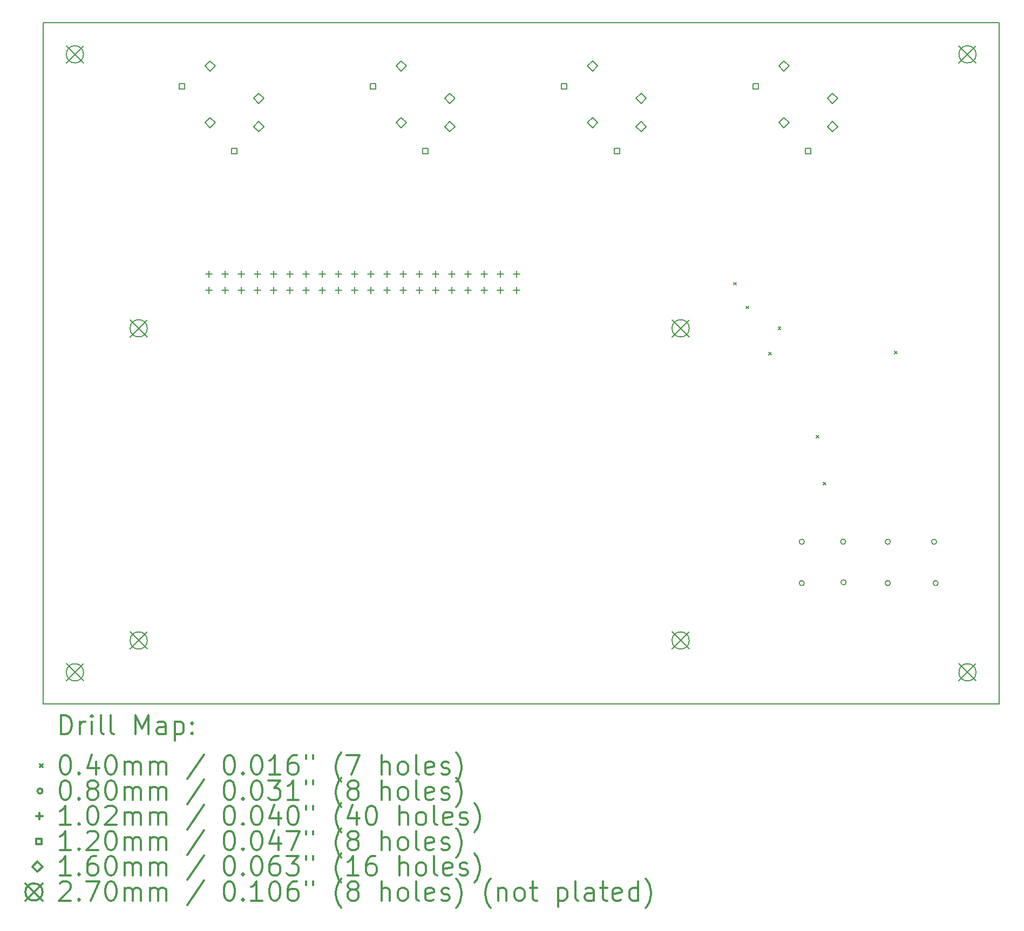
<source format=gbr>
%FSLAX45Y45*%
G04 Gerber Fmt 4.5, Leading zero omitted, Abs format (unit mm)*
G04 Created by KiCad (PCBNEW (2016-12-18 revision 3ffa37c)-master) date Wednesday, March 29, 2017 'PMt' 08:26:17 PM*
%MOMM*%
%LPD*%
G01*
G04 APERTURE LIST*
%ADD10C,0.127000*%
%ADD11C,0.150000*%
%ADD12C,0.200000*%
%ADD13C,0.300000*%
G04 APERTURE END LIST*
D10*
D11*
X9000000Y-13000000D02*
X9000000Y-2300000D01*
X24000000Y-13000000D02*
X9000000Y-13000000D01*
X24000000Y-2300000D02*
X24000000Y-13000000D01*
X9000000Y-2300000D02*
X24000000Y-2300000D01*
D12*
X19830000Y-6380000D02*
X19870000Y-6420000D01*
X19870000Y-6380000D02*
X19830000Y-6420000D01*
X20030000Y-6752501D02*
X20070000Y-6792501D01*
X20070000Y-6752501D02*
X20030000Y-6792501D01*
X20380000Y-7480000D02*
X20420000Y-7520000D01*
X20420000Y-7480000D02*
X20380000Y-7520000D01*
X20530000Y-7080000D02*
X20570000Y-7120000D01*
X20570000Y-7080000D02*
X20530000Y-7120000D01*
X21130000Y-8780000D02*
X21170000Y-8820000D01*
X21170000Y-8780000D02*
X21130000Y-8820000D01*
X21240660Y-9516990D02*
X21280660Y-9556990D01*
X21280660Y-9516990D02*
X21240660Y-9556990D01*
X22354710Y-7458310D02*
X22394710Y-7498310D01*
X22394710Y-7458310D02*
X22354710Y-7498310D01*
X20940000Y-10450000D02*
G75*
G03X20940000Y-10450000I-40000J0D01*
G01*
X20940000Y-11100000D02*
G75*
G03X20940000Y-11100000I-40000J0D01*
G01*
X21590000Y-10450000D02*
G75*
G03X21590000Y-10450000I-40000J0D01*
G01*
X21595900Y-11087600D02*
G75*
G03X21595900Y-11087600I-40000J0D01*
G01*
X22290000Y-10450000D02*
G75*
G03X22290000Y-10450000I-40000J0D01*
G01*
X22290000Y-11100000D02*
G75*
G03X22290000Y-11100000I-40000J0D01*
G01*
X23015000Y-10450000D02*
G75*
G03X23015000Y-10450000I-40000J0D01*
G01*
X23040000Y-11100000D02*
G75*
G03X23040000Y-11100000I-40000J0D01*
G01*
X11600000Y-6195200D02*
X11600000Y-6296800D01*
X11549200Y-6246000D02*
X11650800Y-6246000D01*
X11600000Y-6449200D02*
X11600000Y-6550800D01*
X11549200Y-6500000D02*
X11650800Y-6500000D01*
X11854000Y-6195200D02*
X11854000Y-6296800D01*
X11803200Y-6246000D02*
X11904800Y-6246000D01*
X11854000Y-6449200D02*
X11854000Y-6550800D01*
X11803200Y-6500000D02*
X11904800Y-6500000D01*
X12108000Y-6195200D02*
X12108000Y-6296800D01*
X12057200Y-6246000D02*
X12158800Y-6246000D01*
X12108000Y-6449200D02*
X12108000Y-6550800D01*
X12057200Y-6500000D02*
X12158800Y-6500000D01*
X12362000Y-6195200D02*
X12362000Y-6296800D01*
X12311200Y-6246000D02*
X12412800Y-6246000D01*
X12362000Y-6449200D02*
X12362000Y-6550800D01*
X12311200Y-6500000D02*
X12412800Y-6500000D01*
X12616000Y-6195200D02*
X12616000Y-6296800D01*
X12565200Y-6246000D02*
X12666800Y-6246000D01*
X12616000Y-6449200D02*
X12616000Y-6550800D01*
X12565200Y-6500000D02*
X12666800Y-6500000D01*
X12870000Y-6195200D02*
X12870000Y-6296800D01*
X12819200Y-6246000D02*
X12920800Y-6246000D01*
X12870000Y-6449200D02*
X12870000Y-6550800D01*
X12819200Y-6500000D02*
X12920800Y-6500000D01*
X13124000Y-6195200D02*
X13124000Y-6296800D01*
X13073200Y-6246000D02*
X13174800Y-6246000D01*
X13124000Y-6449200D02*
X13124000Y-6550800D01*
X13073200Y-6500000D02*
X13174800Y-6500000D01*
X13378000Y-6195200D02*
X13378000Y-6296800D01*
X13327200Y-6246000D02*
X13428800Y-6246000D01*
X13378000Y-6449200D02*
X13378000Y-6550800D01*
X13327200Y-6500000D02*
X13428800Y-6500000D01*
X13632000Y-6195200D02*
X13632000Y-6296800D01*
X13581200Y-6246000D02*
X13682800Y-6246000D01*
X13632000Y-6449200D02*
X13632000Y-6550800D01*
X13581200Y-6500000D02*
X13682800Y-6500000D01*
X13886000Y-6195200D02*
X13886000Y-6296800D01*
X13835200Y-6246000D02*
X13936800Y-6246000D01*
X13886000Y-6449200D02*
X13886000Y-6550800D01*
X13835200Y-6500000D02*
X13936800Y-6500000D01*
X14140000Y-6195200D02*
X14140000Y-6296800D01*
X14089200Y-6246000D02*
X14190800Y-6246000D01*
X14140000Y-6449200D02*
X14140000Y-6550800D01*
X14089200Y-6500000D02*
X14190800Y-6500000D01*
X14394000Y-6195200D02*
X14394000Y-6296800D01*
X14343200Y-6246000D02*
X14444800Y-6246000D01*
X14394000Y-6449200D02*
X14394000Y-6550800D01*
X14343200Y-6500000D02*
X14444800Y-6500000D01*
X14648000Y-6195200D02*
X14648000Y-6296800D01*
X14597200Y-6246000D02*
X14698800Y-6246000D01*
X14648000Y-6449200D02*
X14648000Y-6550800D01*
X14597200Y-6500000D02*
X14698800Y-6500000D01*
X14902000Y-6195200D02*
X14902000Y-6296800D01*
X14851200Y-6246000D02*
X14952800Y-6246000D01*
X14902000Y-6449200D02*
X14902000Y-6550800D01*
X14851200Y-6500000D02*
X14952800Y-6500000D01*
X15156000Y-6195200D02*
X15156000Y-6296800D01*
X15105200Y-6246000D02*
X15206800Y-6246000D01*
X15156000Y-6449200D02*
X15156000Y-6550800D01*
X15105200Y-6500000D02*
X15206800Y-6500000D01*
X15410000Y-6195200D02*
X15410000Y-6296800D01*
X15359200Y-6246000D02*
X15460800Y-6246000D01*
X15410000Y-6449200D02*
X15410000Y-6550800D01*
X15359200Y-6500000D02*
X15460800Y-6500000D01*
X15664000Y-6195200D02*
X15664000Y-6296800D01*
X15613200Y-6246000D02*
X15714800Y-6246000D01*
X15664000Y-6449200D02*
X15664000Y-6550800D01*
X15613200Y-6500000D02*
X15714800Y-6500000D01*
X15918000Y-6195200D02*
X15918000Y-6296800D01*
X15867200Y-6246000D02*
X15968800Y-6246000D01*
X15918000Y-6449200D02*
X15918000Y-6550800D01*
X15867200Y-6500000D02*
X15968800Y-6500000D01*
X16172000Y-6195200D02*
X16172000Y-6296800D01*
X16121200Y-6246000D02*
X16222800Y-6246000D01*
X16172000Y-6449200D02*
X16172000Y-6550800D01*
X16121200Y-6500000D02*
X16222800Y-6500000D01*
X16426000Y-6195200D02*
X16426000Y-6296800D01*
X16375200Y-6246000D02*
X16476800Y-6246000D01*
X16426000Y-6449200D02*
X16426000Y-6550800D01*
X16375200Y-6500000D02*
X16476800Y-6500000D01*
X11217427Y-3340427D02*
X11217427Y-3255573D01*
X11132573Y-3255573D01*
X11132573Y-3340427D01*
X11217427Y-3340427D01*
X12042427Y-4357427D02*
X12042427Y-4272573D01*
X11957573Y-4272573D01*
X11957573Y-4357427D01*
X12042427Y-4357427D01*
X14217427Y-3340427D02*
X14217427Y-3255573D01*
X14132573Y-3255573D01*
X14132573Y-3340427D01*
X14217427Y-3340427D01*
X15042427Y-4357427D02*
X15042427Y-4272573D01*
X14957573Y-4272573D01*
X14957573Y-4357427D01*
X15042427Y-4357427D01*
X17217427Y-3340427D02*
X17217427Y-3255573D01*
X17132573Y-3255573D01*
X17132573Y-3340427D01*
X17217427Y-3340427D01*
X18042427Y-4357427D02*
X18042427Y-4272573D01*
X17957573Y-4272573D01*
X17957573Y-4357427D01*
X18042427Y-4357427D01*
X20217427Y-3340427D02*
X20217427Y-3255573D01*
X20132573Y-3255573D01*
X20132573Y-3340427D01*
X20217427Y-3340427D01*
X21042427Y-4357427D02*
X21042427Y-4272573D01*
X20957573Y-4272573D01*
X20957573Y-4357427D01*
X21042427Y-4357427D01*
X11619000Y-3061000D02*
X11699000Y-2981000D01*
X11619000Y-2901000D01*
X11539000Y-2981000D01*
X11619000Y-3061000D01*
X11619000Y-3950000D02*
X11699000Y-3870000D01*
X11619000Y-3790000D01*
X11539000Y-3870000D01*
X11619000Y-3950000D01*
X12381000Y-3569000D02*
X12461000Y-3489000D01*
X12381000Y-3409000D01*
X12301000Y-3489000D01*
X12381000Y-3569000D01*
X12381000Y-4013500D02*
X12461000Y-3933500D01*
X12381000Y-3853500D01*
X12301000Y-3933500D01*
X12381000Y-4013500D01*
X14619000Y-3061000D02*
X14699000Y-2981000D01*
X14619000Y-2901000D01*
X14539000Y-2981000D01*
X14619000Y-3061000D01*
X14619000Y-3950000D02*
X14699000Y-3870000D01*
X14619000Y-3790000D01*
X14539000Y-3870000D01*
X14619000Y-3950000D01*
X15381000Y-3569000D02*
X15461000Y-3489000D01*
X15381000Y-3409000D01*
X15301000Y-3489000D01*
X15381000Y-3569000D01*
X15381000Y-4013500D02*
X15461000Y-3933500D01*
X15381000Y-3853500D01*
X15301000Y-3933500D01*
X15381000Y-4013500D01*
X17619000Y-3061000D02*
X17699000Y-2981000D01*
X17619000Y-2901000D01*
X17539000Y-2981000D01*
X17619000Y-3061000D01*
X17619000Y-3950000D02*
X17699000Y-3870000D01*
X17619000Y-3790000D01*
X17539000Y-3870000D01*
X17619000Y-3950000D01*
X18381000Y-3569000D02*
X18461000Y-3489000D01*
X18381000Y-3409000D01*
X18301000Y-3489000D01*
X18381000Y-3569000D01*
X18381000Y-4013500D02*
X18461000Y-3933500D01*
X18381000Y-3853500D01*
X18301000Y-3933500D01*
X18381000Y-4013500D01*
X20619000Y-3061000D02*
X20699000Y-2981000D01*
X20619000Y-2901000D01*
X20539000Y-2981000D01*
X20619000Y-3061000D01*
X20619000Y-3950000D02*
X20699000Y-3870000D01*
X20619000Y-3790000D01*
X20539000Y-3870000D01*
X20619000Y-3950000D01*
X21381000Y-3569000D02*
X21461000Y-3489000D01*
X21381000Y-3409000D01*
X21301000Y-3489000D01*
X21381000Y-3569000D01*
X21381000Y-4013500D02*
X21461000Y-3933500D01*
X21381000Y-3853500D01*
X21301000Y-3933500D01*
X21381000Y-4013500D01*
X9365000Y-2665000D02*
X9635000Y-2935000D01*
X9635000Y-2665000D02*
X9365000Y-2935000D01*
X9635000Y-2800000D02*
G75*
G03X9635000Y-2800000I-135000J0D01*
G01*
X9365000Y-12365000D02*
X9635000Y-12635000D01*
X9635000Y-12365000D02*
X9365000Y-12635000D01*
X9635000Y-12500000D02*
G75*
G03X9635000Y-12500000I-135000J0D01*
G01*
X10365000Y-6965000D02*
X10635000Y-7235000D01*
X10635000Y-6965000D02*
X10365000Y-7235000D01*
X10635000Y-7100000D02*
G75*
G03X10635000Y-7100000I-135000J0D01*
G01*
X10365000Y-11865000D02*
X10635000Y-12135000D01*
X10635000Y-11865000D02*
X10365000Y-12135000D01*
X10635000Y-12000000D02*
G75*
G03X10635000Y-12000000I-135000J0D01*
G01*
X18865000Y-6965000D02*
X19135000Y-7235000D01*
X19135000Y-6965000D02*
X18865000Y-7235000D01*
X19135000Y-7100000D02*
G75*
G03X19135000Y-7100000I-135000J0D01*
G01*
X18865000Y-11865000D02*
X19135000Y-12135000D01*
X19135000Y-11865000D02*
X18865000Y-12135000D01*
X19135000Y-12000000D02*
G75*
G03X19135000Y-12000000I-135000J0D01*
G01*
X23365000Y-2665000D02*
X23635000Y-2935000D01*
X23635000Y-2665000D02*
X23365000Y-2935000D01*
X23635000Y-2800000D02*
G75*
G03X23635000Y-2800000I-135000J0D01*
G01*
X23365000Y-12365000D02*
X23635000Y-12635000D01*
X23635000Y-12365000D02*
X23365000Y-12635000D01*
X23635000Y-12500000D02*
G75*
G03X23635000Y-12500000I-135000J0D01*
G01*
D13*
X9278928Y-13473214D02*
X9278928Y-13173214D01*
X9350357Y-13173214D01*
X9393214Y-13187500D01*
X9421786Y-13216071D01*
X9436071Y-13244643D01*
X9450357Y-13301786D01*
X9450357Y-13344643D01*
X9436071Y-13401786D01*
X9421786Y-13430357D01*
X9393214Y-13458929D01*
X9350357Y-13473214D01*
X9278928Y-13473214D01*
X9578928Y-13473214D02*
X9578928Y-13273214D01*
X9578928Y-13330357D02*
X9593214Y-13301786D01*
X9607500Y-13287500D01*
X9636071Y-13273214D01*
X9664643Y-13273214D01*
X9764643Y-13473214D02*
X9764643Y-13273214D01*
X9764643Y-13173214D02*
X9750357Y-13187500D01*
X9764643Y-13201786D01*
X9778928Y-13187500D01*
X9764643Y-13173214D01*
X9764643Y-13201786D01*
X9950357Y-13473214D02*
X9921786Y-13458929D01*
X9907500Y-13430357D01*
X9907500Y-13173214D01*
X10107500Y-13473214D02*
X10078928Y-13458929D01*
X10064643Y-13430357D01*
X10064643Y-13173214D01*
X10450357Y-13473214D02*
X10450357Y-13173214D01*
X10550357Y-13387500D01*
X10650357Y-13173214D01*
X10650357Y-13473214D01*
X10921786Y-13473214D02*
X10921786Y-13316071D01*
X10907500Y-13287500D01*
X10878928Y-13273214D01*
X10821786Y-13273214D01*
X10793214Y-13287500D01*
X10921786Y-13458929D02*
X10893214Y-13473214D01*
X10821786Y-13473214D01*
X10793214Y-13458929D01*
X10778928Y-13430357D01*
X10778928Y-13401786D01*
X10793214Y-13373214D01*
X10821786Y-13358929D01*
X10893214Y-13358929D01*
X10921786Y-13344643D01*
X11064643Y-13273214D02*
X11064643Y-13573214D01*
X11064643Y-13287500D02*
X11093214Y-13273214D01*
X11150357Y-13273214D01*
X11178928Y-13287500D01*
X11193214Y-13301786D01*
X11207500Y-13330357D01*
X11207500Y-13416071D01*
X11193214Y-13444643D01*
X11178928Y-13458929D01*
X11150357Y-13473214D01*
X11093214Y-13473214D01*
X11064643Y-13458929D01*
X11336071Y-13444643D02*
X11350357Y-13458929D01*
X11336071Y-13473214D01*
X11321786Y-13458929D01*
X11336071Y-13444643D01*
X11336071Y-13473214D01*
X11336071Y-13287500D02*
X11350357Y-13301786D01*
X11336071Y-13316071D01*
X11321786Y-13301786D01*
X11336071Y-13287500D01*
X11336071Y-13316071D01*
X8952500Y-13947500D02*
X8992500Y-13987500D01*
X8992500Y-13947500D02*
X8952500Y-13987500D01*
X9336071Y-13803214D02*
X9364643Y-13803214D01*
X9393214Y-13817500D01*
X9407500Y-13831786D01*
X9421786Y-13860357D01*
X9436071Y-13917500D01*
X9436071Y-13988929D01*
X9421786Y-14046071D01*
X9407500Y-14074643D01*
X9393214Y-14088929D01*
X9364643Y-14103214D01*
X9336071Y-14103214D01*
X9307500Y-14088929D01*
X9293214Y-14074643D01*
X9278928Y-14046071D01*
X9264643Y-13988929D01*
X9264643Y-13917500D01*
X9278928Y-13860357D01*
X9293214Y-13831786D01*
X9307500Y-13817500D01*
X9336071Y-13803214D01*
X9564643Y-14074643D02*
X9578928Y-14088929D01*
X9564643Y-14103214D01*
X9550357Y-14088929D01*
X9564643Y-14074643D01*
X9564643Y-14103214D01*
X9836071Y-13903214D02*
X9836071Y-14103214D01*
X9764643Y-13788929D02*
X9693214Y-14003214D01*
X9878928Y-14003214D01*
X10050357Y-13803214D02*
X10078928Y-13803214D01*
X10107500Y-13817500D01*
X10121786Y-13831786D01*
X10136071Y-13860357D01*
X10150357Y-13917500D01*
X10150357Y-13988929D01*
X10136071Y-14046071D01*
X10121786Y-14074643D01*
X10107500Y-14088929D01*
X10078928Y-14103214D01*
X10050357Y-14103214D01*
X10021786Y-14088929D01*
X10007500Y-14074643D01*
X9993214Y-14046071D01*
X9978928Y-13988929D01*
X9978928Y-13917500D01*
X9993214Y-13860357D01*
X10007500Y-13831786D01*
X10021786Y-13817500D01*
X10050357Y-13803214D01*
X10278928Y-14103214D02*
X10278928Y-13903214D01*
X10278928Y-13931786D02*
X10293214Y-13917500D01*
X10321786Y-13903214D01*
X10364643Y-13903214D01*
X10393214Y-13917500D01*
X10407500Y-13946071D01*
X10407500Y-14103214D01*
X10407500Y-13946071D02*
X10421786Y-13917500D01*
X10450357Y-13903214D01*
X10493214Y-13903214D01*
X10521786Y-13917500D01*
X10536071Y-13946071D01*
X10536071Y-14103214D01*
X10678928Y-14103214D02*
X10678928Y-13903214D01*
X10678928Y-13931786D02*
X10693214Y-13917500D01*
X10721786Y-13903214D01*
X10764643Y-13903214D01*
X10793214Y-13917500D01*
X10807500Y-13946071D01*
X10807500Y-14103214D01*
X10807500Y-13946071D02*
X10821786Y-13917500D01*
X10850357Y-13903214D01*
X10893214Y-13903214D01*
X10921786Y-13917500D01*
X10936071Y-13946071D01*
X10936071Y-14103214D01*
X11521786Y-13788929D02*
X11264643Y-14174643D01*
X11907500Y-13803214D02*
X11936071Y-13803214D01*
X11964643Y-13817500D01*
X11978928Y-13831786D01*
X11993214Y-13860357D01*
X12007500Y-13917500D01*
X12007500Y-13988929D01*
X11993214Y-14046071D01*
X11978928Y-14074643D01*
X11964643Y-14088929D01*
X11936071Y-14103214D01*
X11907500Y-14103214D01*
X11878928Y-14088929D01*
X11864643Y-14074643D01*
X11850357Y-14046071D01*
X11836071Y-13988929D01*
X11836071Y-13917500D01*
X11850357Y-13860357D01*
X11864643Y-13831786D01*
X11878928Y-13817500D01*
X11907500Y-13803214D01*
X12136071Y-14074643D02*
X12150357Y-14088929D01*
X12136071Y-14103214D01*
X12121786Y-14088929D01*
X12136071Y-14074643D01*
X12136071Y-14103214D01*
X12336071Y-13803214D02*
X12364643Y-13803214D01*
X12393214Y-13817500D01*
X12407500Y-13831786D01*
X12421786Y-13860357D01*
X12436071Y-13917500D01*
X12436071Y-13988929D01*
X12421786Y-14046071D01*
X12407500Y-14074643D01*
X12393214Y-14088929D01*
X12364643Y-14103214D01*
X12336071Y-14103214D01*
X12307500Y-14088929D01*
X12293214Y-14074643D01*
X12278928Y-14046071D01*
X12264643Y-13988929D01*
X12264643Y-13917500D01*
X12278928Y-13860357D01*
X12293214Y-13831786D01*
X12307500Y-13817500D01*
X12336071Y-13803214D01*
X12721786Y-14103214D02*
X12550357Y-14103214D01*
X12636071Y-14103214D02*
X12636071Y-13803214D01*
X12607500Y-13846071D01*
X12578928Y-13874643D01*
X12550357Y-13888929D01*
X12978928Y-13803214D02*
X12921786Y-13803214D01*
X12893214Y-13817500D01*
X12878928Y-13831786D01*
X12850357Y-13874643D01*
X12836071Y-13931786D01*
X12836071Y-14046071D01*
X12850357Y-14074643D01*
X12864643Y-14088929D01*
X12893214Y-14103214D01*
X12950357Y-14103214D01*
X12978928Y-14088929D01*
X12993214Y-14074643D01*
X13007500Y-14046071D01*
X13007500Y-13974643D01*
X12993214Y-13946071D01*
X12978928Y-13931786D01*
X12950357Y-13917500D01*
X12893214Y-13917500D01*
X12864643Y-13931786D01*
X12850357Y-13946071D01*
X12836071Y-13974643D01*
X13121786Y-13803214D02*
X13121786Y-13860357D01*
X13236071Y-13803214D02*
X13236071Y-13860357D01*
X13678928Y-14217500D02*
X13664643Y-14203214D01*
X13636071Y-14160357D01*
X13621786Y-14131786D01*
X13607500Y-14088929D01*
X13593214Y-14017500D01*
X13593214Y-13960357D01*
X13607500Y-13888929D01*
X13621786Y-13846071D01*
X13636071Y-13817500D01*
X13664643Y-13774643D01*
X13678928Y-13760357D01*
X13764643Y-13803214D02*
X13964643Y-13803214D01*
X13836071Y-14103214D01*
X14307500Y-14103214D02*
X14307500Y-13803214D01*
X14436071Y-14103214D02*
X14436071Y-13946071D01*
X14421786Y-13917500D01*
X14393214Y-13903214D01*
X14350357Y-13903214D01*
X14321786Y-13917500D01*
X14307500Y-13931786D01*
X14621786Y-14103214D02*
X14593214Y-14088929D01*
X14578928Y-14074643D01*
X14564643Y-14046071D01*
X14564643Y-13960357D01*
X14578928Y-13931786D01*
X14593214Y-13917500D01*
X14621786Y-13903214D01*
X14664643Y-13903214D01*
X14693214Y-13917500D01*
X14707500Y-13931786D01*
X14721786Y-13960357D01*
X14721786Y-14046071D01*
X14707500Y-14074643D01*
X14693214Y-14088929D01*
X14664643Y-14103214D01*
X14621786Y-14103214D01*
X14893214Y-14103214D02*
X14864643Y-14088929D01*
X14850357Y-14060357D01*
X14850357Y-13803214D01*
X15121786Y-14088929D02*
X15093214Y-14103214D01*
X15036071Y-14103214D01*
X15007500Y-14088929D01*
X14993214Y-14060357D01*
X14993214Y-13946071D01*
X15007500Y-13917500D01*
X15036071Y-13903214D01*
X15093214Y-13903214D01*
X15121786Y-13917500D01*
X15136071Y-13946071D01*
X15136071Y-13974643D01*
X14993214Y-14003214D01*
X15250357Y-14088929D02*
X15278928Y-14103214D01*
X15336071Y-14103214D01*
X15364643Y-14088929D01*
X15378928Y-14060357D01*
X15378928Y-14046071D01*
X15364643Y-14017500D01*
X15336071Y-14003214D01*
X15293214Y-14003214D01*
X15264643Y-13988929D01*
X15250357Y-13960357D01*
X15250357Y-13946071D01*
X15264643Y-13917500D01*
X15293214Y-13903214D01*
X15336071Y-13903214D01*
X15364643Y-13917500D01*
X15478928Y-14217500D02*
X15493214Y-14203214D01*
X15521786Y-14160357D01*
X15536071Y-14131786D01*
X15550357Y-14088929D01*
X15564643Y-14017500D01*
X15564643Y-13960357D01*
X15550357Y-13888929D01*
X15536071Y-13846071D01*
X15521786Y-13817500D01*
X15493214Y-13774643D01*
X15478928Y-13760357D01*
X8992500Y-14363500D02*
G75*
G03X8992500Y-14363500I-40000J0D01*
G01*
X9336071Y-14199214D02*
X9364643Y-14199214D01*
X9393214Y-14213500D01*
X9407500Y-14227786D01*
X9421786Y-14256357D01*
X9436071Y-14313500D01*
X9436071Y-14384929D01*
X9421786Y-14442071D01*
X9407500Y-14470643D01*
X9393214Y-14484929D01*
X9364643Y-14499214D01*
X9336071Y-14499214D01*
X9307500Y-14484929D01*
X9293214Y-14470643D01*
X9278928Y-14442071D01*
X9264643Y-14384929D01*
X9264643Y-14313500D01*
X9278928Y-14256357D01*
X9293214Y-14227786D01*
X9307500Y-14213500D01*
X9336071Y-14199214D01*
X9564643Y-14470643D02*
X9578928Y-14484929D01*
X9564643Y-14499214D01*
X9550357Y-14484929D01*
X9564643Y-14470643D01*
X9564643Y-14499214D01*
X9750357Y-14327786D02*
X9721786Y-14313500D01*
X9707500Y-14299214D01*
X9693214Y-14270643D01*
X9693214Y-14256357D01*
X9707500Y-14227786D01*
X9721786Y-14213500D01*
X9750357Y-14199214D01*
X9807500Y-14199214D01*
X9836071Y-14213500D01*
X9850357Y-14227786D01*
X9864643Y-14256357D01*
X9864643Y-14270643D01*
X9850357Y-14299214D01*
X9836071Y-14313500D01*
X9807500Y-14327786D01*
X9750357Y-14327786D01*
X9721786Y-14342071D01*
X9707500Y-14356357D01*
X9693214Y-14384929D01*
X9693214Y-14442071D01*
X9707500Y-14470643D01*
X9721786Y-14484929D01*
X9750357Y-14499214D01*
X9807500Y-14499214D01*
X9836071Y-14484929D01*
X9850357Y-14470643D01*
X9864643Y-14442071D01*
X9864643Y-14384929D01*
X9850357Y-14356357D01*
X9836071Y-14342071D01*
X9807500Y-14327786D01*
X10050357Y-14199214D02*
X10078928Y-14199214D01*
X10107500Y-14213500D01*
X10121786Y-14227786D01*
X10136071Y-14256357D01*
X10150357Y-14313500D01*
X10150357Y-14384929D01*
X10136071Y-14442071D01*
X10121786Y-14470643D01*
X10107500Y-14484929D01*
X10078928Y-14499214D01*
X10050357Y-14499214D01*
X10021786Y-14484929D01*
X10007500Y-14470643D01*
X9993214Y-14442071D01*
X9978928Y-14384929D01*
X9978928Y-14313500D01*
X9993214Y-14256357D01*
X10007500Y-14227786D01*
X10021786Y-14213500D01*
X10050357Y-14199214D01*
X10278928Y-14499214D02*
X10278928Y-14299214D01*
X10278928Y-14327786D02*
X10293214Y-14313500D01*
X10321786Y-14299214D01*
X10364643Y-14299214D01*
X10393214Y-14313500D01*
X10407500Y-14342071D01*
X10407500Y-14499214D01*
X10407500Y-14342071D02*
X10421786Y-14313500D01*
X10450357Y-14299214D01*
X10493214Y-14299214D01*
X10521786Y-14313500D01*
X10536071Y-14342071D01*
X10536071Y-14499214D01*
X10678928Y-14499214D02*
X10678928Y-14299214D01*
X10678928Y-14327786D02*
X10693214Y-14313500D01*
X10721786Y-14299214D01*
X10764643Y-14299214D01*
X10793214Y-14313500D01*
X10807500Y-14342071D01*
X10807500Y-14499214D01*
X10807500Y-14342071D02*
X10821786Y-14313500D01*
X10850357Y-14299214D01*
X10893214Y-14299214D01*
X10921786Y-14313500D01*
X10936071Y-14342071D01*
X10936071Y-14499214D01*
X11521786Y-14184929D02*
X11264643Y-14570643D01*
X11907500Y-14199214D02*
X11936071Y-14199214D01*
X11964643Y-14213500D01*
X11978928Y-14227786D01*
X11993214Y-14256357D01*
X12007500Y-14313500D01*
X12007500Y-14384929D01*
X11993214Y-14442071D01*
X11978928Y-14470643D01*
X11964643Y-14484929D01*
X11936071Y-14499214D01*
X11907500Y-14499214D01*
X11878928Y-14484929D01*
X11864643Y-14470643D01*
X11850357Y-14442071D01*
X11836071Y-14384929D01*
X11836071Y-14313500D01*
X11850357Y-14256357D01*
X11864643Y-14227786D01*
X11878928Y-14213500D01*
X11907500Y-14199214D01*
X12136071Y-14470643D02*
X12150357Y-14484929D01*
X12136071Y-14499214D01*
X12121786Y-14484929D01*
X12136071Y-14470643D01*
X12136071Y-14499214D01*
X12336071Y-14199214D02*
X12364643Y-14199214D01*
X12393214Y-14213500D01*
X12407500Y-14227786D01*
X12421786Y-14256357D01*
X12436071Y-14313500D01*
X12436071Y-14384929D01*
X12421786Y-14442071D01*
X12407500Y-14470643D01*
X12393214Y-14484929D01*
X12364643Y-14499214D01*
X12336071Y-14499214D01*
X12307500Y-14484929D01*
X12293214Y-14470643D01*
X12278928Y-14442071D01*
X12264643Y-14384929D01*
X12264643Y-14313500D01*
X12278928Y-14256357D01*
X12293214Y-14227786D01*
X12307500Y-14213500D01*
X12336071Y-14199214D01*
X12536071Y-14199214D02*
X12721786Y-14199214D01*
X12621786Y-14313500D01*
X12664643Y-14313500D01*
X12693214Y-14327786D01*
X12707500Y-14342071D01*
X12721786Y-14370643D01*
X12721786Y-14442071D01*
X12707500Y-14470643D01*
X12693214Y-14484929D01*
X12664643Y-14499214D01*
X12578928Y-14499214D01*
X12550357Y-14484929D01*
X12536071Y-14470643D01*
X13007500Y-14499214D02*
X12836071Y-14499214D01*
X12921786Y-14499214D02*
X12921786Y-14199214D01*
X12893214Y-14242071D01*
X12864643Y-14270643D01*
X12836071Y-14284929D01*
X13121786Y-14199214D02*
X13121786Y-14256357D01*
X13236071Y-14199214D02*
X13236071Y-14256357D01*
X13678928Y-14613500D02*
X13664643Y-14599214D01*
X13636071Y-14556357D01*
X13621786Y-14527786D01*
X13607500Y-14484929D01*
X13593214Y-14413500D01*
X13593214Y-14356357D01*
X13607500Y-14284929D01*
X13621786Y-14242071D01*
X13636071Y-14213500D01*
X13664643Y-14170643D01*
X13678928Y-14156357D01*
X13836071Y-14327786D02*
X13807500Y-14313500D01*
X13793214Y-14299214D01*
X13778928Y-14270643D01*
X13778928Y-14256357D01*
X13793214Y-14227786D01*
X13807500Y-14213500D01*
X13836071Y-14199214D01*
X13893214Y-14199214D01*
X13921786Y-14213500D01*
X13936071Y-14227786D01*
X13950357Y-14256357D01*
X13950357Y-14270643D01*
X13936071Y-14299214D01*
X13921786Y-14313500D01*
X13893214Y-14327786D01*
X13836071Y-14327786D01*
X13807500Y-14342071D01*
X13793214Y-14356357D01*
X13778928Y-14384929D01*
X13778928Y-14442071D01*
X13793214Y-14470643D01*
X13807500Y-14484929D01*
X13836071Y-14499214D01*
X13893214Y-14499214D01*
X13921786Y-14484929D01*
X13936071Y-14470643D01*
X13950357Y-14442071D01*
X13950357Y-14384929D01*
X13936071Y-14356357D01*
X13921786Y-14342071D01*
X13893214Y-14327786D01*
X14307500Y-14499214D02*
X14307500Y-14199214D01*
X14436071Y-14499214D02*
X14436071Y-14342071D01*
X14421786Y-14313500D01*
X14393214Y-14299214D01*
X14350357Y-14299214D01*
X14321786Y-14313500D01*
X14307500Y-14327786D01*
X14621786Y-14499214D02*
X14593214Y-14484929D01*
X14578928Y-14470643D01*
X14564643Y-14442071D01*
X14564643Y-14356357D01*
X14578928Y-14327786D01*
X14593214Y-14313500D01*
X14621786Y-14299214D01*
X14664643Y-14299214D01*
X14693214Y-14313500D01*
X14707500Y-14327786D01*
X14721786Y-14356357D01*
X14721786Y-14442071D01*
X14707500Y-14470643D01*
X14693214Y-14484929D01*
X14664643Y-14499214D01*
X14621786Y-14499214D01*
X14893214Y-14499214D02*
X14864643Y-14484929D01*
X14850357Y-14456357D01*
X14850357Y-14199214D01*
X15121786Y-14484929D02*
X15093214Y-14499214D01*
X15036071Y-14499214D01*
X15007500Y-14484929D01*
X14993214Y-14456357D01*
X14993214Y-14342071D01*
X15007500Y-14313500D01*
X15036071Y-14299214D01*
X15093214Y-14299214D01*
X15121786Y-14313500D01*
X15136071Y-14342071D01*
X15136071Y-14370643D01*
X14993214Y-14399214D01*
X15250357Y-14484929D02*
X15278928Y-14499214D01*
X15336071Y-14499214D01*
X15364643Y-14484929D01*
X15378928Y-14456357D01*
X15378928Y-14442071D01*
X15364643Y-14413500D01*
X15336071Y-14399214D01*
X15293214Y-14399214D01*
X15264643Y-14384929D01*
X15250357Y-14356357D01*
X15250357Y-14342071D01*
X15264643Y-14313500D01*
X15293214Y-14299214D01*
X15336071Y-14299214D01*
X15364643Y-14313500D01*
X15478928Y-14613500D02*
X15493214Y-14599214D01*
X15521786Y-14556357D01*
X15536071Y-14527786D01*
X15550357Y-14484929D01*
X15564643Y-14413500D01*
X15564643Y-14356357D01*
X15550357Y-14284929D01*
X15536071Y-14242071D01*
X15521786Y-14213500D01*
X15493214Y-14170643D01*
X15478928Y-14156357D01*
X8941700Y-14708700D02*
X8941700Y-14810300D01*
X8890900Y-14759500D02*
X8992500Y-14759500D01*
X9436071Y-14895214D02*
X9264643Y-14895214D01*
X9350357Y-14895214D02*
X9350357Y-14595214D01*
X9321786Y-14638071D01*
X9293214Y-14666643D01*
X9264643Y-14680929D01*
X9564643Y-14866643D02*
X9578928Y-14880929D01*
X9564643Y-14895214D01*
X9550357Y-14880929D01*
X9564643Y-14866643D01*
X9564643Y-14895214D01*
X9764643Y-14595214D02*
X9793214Y-14595214D01*
X9821786Y-14609500D01*
X9836071Y-14623786D01*
X9850357Y-14652357D01*
X9864643Y-14709500D01*
X9864643Y-14780929D01*
X9850357Y-14838071D01*
X9836071Y-14866643D01*
X9821786Y-14880929D01*
X9793214Y-14895214D01*
X9764643Y-14895214D01*
X9736071Y-14880929D01*
X9721786Y-14866643D01*
X9707500Y-14838071D01*
X9693214Y-14780929D01*
X9693214Y-14709500D01*
X9707500Y-14652357D01*
X9721786Y-14623786D01*
X9736071Y-14609500D01*
X9764643Y-14595214D01*
X9978928Y-14623786D02*
X9993214Y-14609500D01*
X10021786Y-14595214D01*
X10093214Y-14595214D01*
X10121786Y-14609500D01*
X10136071Y-14623786D01*
X10150357Y-14652357D01*
X10150357Y-14680929D01*
X10136071Y-14723786D01*
X9964643Y-14895214D01*
X10150357Y-14895214D01*
X10278928Y-14895214D02*
X10278928Y-14695214D01*
X10278928Y-14723786D02*
X10293214Y-14709500D01*
X10321786Y-14695214D01*
X10364643Y-14695214D01*
X10393214Y-14709500D01*
X10407500Y-14738071D01*
X10407500Y-14895214D01*
X10407500Y-14738071D02*
X10421786Y-14709500D01*
X10450357Y-14695214D01*
X10493214Y-14695214D01*
X10521786Y-14709500D01*
X10536071Y-14738071D01*
X10536071Y-14895214D01*
X10678928Y-14895214D02*
X10678928Y-14695214D01*
X10678928Y-14723786D02*
X10693214Y-14709500D01*
X10721786Y-14695214D01*
X10764643Y-14695214D01*
X10793214Y-14709500D01*
X10807500Y-14738071D01*
X10807500Y-14895214D01*
X10807500Y-14738071D02*
X10821786Y-14709500D01*
X10850357Y-14695214D01*
X10893214Y-14695214D01*
X10921786Y-14709500D01*
X10936071Y-14738071D01*
X10936071Y-14895214D01*
X11521786Y-14580929D02*
X11264643Y-14966643D01*
X11907500Y-14595214D02*
X11936071Y-14595214D01*
X11964643Y-14609500D01*
X11978928Y-14623786D01*
X11993214Y-14652357D01*
X12007500Y-14709500D01*
X12007500Y-14780929D01*
X11993214Y-14838071D01*
X11978928Y-14866643D01*
X11964643Y-14880929D01*
X11936071Y-14895214D01*
X11907500Y-14895214D01*
X11878928Y-14880929D01*
X11864643Y-14866643D01*
X11850357Y-14838071D01*
X11836071Y-14780929D01*
X11836071Y-14709500D01*
X11850357Y-14652357D01*
X11864643Y-14623786D01*
X11878928Y-14609500D01*
X11907500Y-14595214D01*
X12136071Y-14866643D02*
X12150357Y-14880929D01*
X12136071Y-14895214D01*
X12121786Y-14880929D01*
X12136071Y-14866643D01*
X12136071Y-14895214D01*
X12336071Y-14595214D02*
X12364643Y-14595214D01*
X12393214Y-14609500D01*
X12407500Y-14623786D01*
X12421786Y-14652357D01*
X12436071Y-14709500D01*
X12436071Y-14780929D01*
X12421786Y-14838071D01*
X12407500Y-14866643D01*
X12393214Y-14880929D01*
X12364643Y-14895214D01*
X12336071Y-14895214D01*
X12307500Y-14880929D01*
X12293214Y-14866643D01*
X12278928Y-14838071D01*
X12264643Y-14780929D01*
X12264643Y-14709500D01*
X12278928Y-14652357D01*
X12293214Y-14623786D01*
X12307500Y-14609500D01*
X12336071Y-14595214D01*
X12693214Y-14695214D02*
X12693214Y-14895214D01*
X12621786Y-14580929D02*
X12550357Y-14795214D01*
X12736071Y-14795214D01*
X12907500Y-14595214D02*
X12936071Y-14595214D01*
X12964643Y-14609500D01*
X12978928Y-14623786D01*
X12993214Y-14652357D01*
X13007500Y-14709500D01*
X13007500Y-14780929D01*
X12993214Y-14838071D01*
X12978928Y-14866643D01*
X12964643Y-14880929D01*
X12936071Y-14895214D01*
X12907500Y-14895214D01*
X12878928Y-14880929D01*
X12864643Y-14866643D01*
X12850357Y-14838071D01*
X12836071Y-14780929D01*
X12836071Y-14709500D01*
X12850357Y-14652357D01*
X12864643Y-14623786D01*
X12878928Y-14609500D01*
X12907500Y-14595214D01*
X13121786Y-14595214D02*
X13121786Y-14652357D01*
X13236071Y-14595214D02*
X13236071Y-14652357D01*
X13678928Y-15009500D02*
X13664643Y-14995214D01*
X13636071Y-14952357D01*
X13621786Y-14923786D01*
X13607500Y-14880929D01*
X13593214Y-14809500D01*
X13593214Y-14752357D01*
X13607500Y-14680929D01*
X13621786Y-14638071D01*
X13636071Y-14609500D01*
X13664643Y-14566643D01*
X13678928Y-14552357D01*
X13921786Y-14695214D02*
X13921786Y-14895214D01*
X13850357Y-14580929D02*
X13778928Y-14795214D01*
X13964643Y-14795214D01*
X14136071Y-14595214D02*
X14164643Y-14595214D01*
X14193214Y-14609500D01*
X14207500Y-14623786D01*
X14221786Y-14652357D01*
X14236071Y-14709500D01*
X14236071Y-14780929D01*
X14221786Y-14838071D01*
X14207500Y-14866643D01*
X14193214Y-14880929D01*
X14164643Y-14895214D01*
X14136071Y-14895214D01*
X14107500Y-14880929D01*
X14093214Y-14866643D01*
X14078928Y-14838071D01*
X14064643Y-14780929D01*
X14064643Y-14709500D01*
X14078928Y-14652357D01*
X14093214Y-14623786D01*
X14107500Y-14609500D01*
X14136071Y-14595214D01*
X14593214Y-14895214D02*
X14593214Y-14595214D01*
X14721786Y-14895214D02*
X14721786Y-14738071D01*
X14707500Y-14709500D01*
X14678928Y-14695214D01*
X14636071Y-14695214D01*
X14607500Y-14709500D01*
X14593214Y-14723786D01*
X14907500Y-14895214D02*
X14878928Y-14880929D01*
X14864643Y-14866643D01*
X14850357Y-14838071D01*
X14850357Y-14752357D01*
X14864643Y-14723786D01*
X14878928Y-14709500D01*
X14907500Y-14695214D01*
X14950357Y-14695214D01*
X14978928Y-14709500D01*
X14993214Y-14723786D01*
X15007500Y-14752357D01*
X15007500Y-14838071D01*
X14993214Y-14866643D01*
X14978928Y-14880929D01*
X14950357Y-14895214D01*
X14907500Y-14895214D01*
X15178928Y-14895214D02*
X15150357Y-14880929D01*
X15136071Y-14852357D01*
X15136071Y-14595214D01*
X15407500Y-14880929D02*
X15378928Y-14895214D01*
X15321786Y-14895214D01*
X15293214Y-14880929D01*
X15278928Y-14852357D01*
X15278928Y-14738071D01*
X15293214Y-14709500D01*
X15321786Y-14695214D01*
X15378928Y-14695214D01*
X15407500Y-14709500D01*
X15421786Y-14738071D01*
X15421786Y-14766643D01*
X15278928Y-14795214D01*
X15536071Y-14880929D02*
X15564643Y-14895214D01*
X15621786Y-14895214D01*
X15650357Y-14880929D01*
X15664643Y-14852357D01*
X15664643Y-14838071D01*
X15650357Y-14809500D01*
X15621786Y-14795214D01*
X15578928Y-14795214D01*
X15550357Y-14780929D01*
X15536071Y-14752357D01*
X15536071Y-14738071D01*
X15550357Y-14709500D01*
X15578928Y-14695214D01*
X15621786Y-14695214D01*
X15650357Y-14709500D01*
X15764643Y-15009500D02*
X15778928Y-14995214D01*
X15807500Y-14952357D01*
X15821786Y-14923786D01*
X15836071Y-14880929D01*
X15850357Y-14809500D01*
X15850357Y-14752357D01*
X15836071Y-14680929D01*
X15821786Y-14638071D01*
X15807500Y-14609500D01*
X15778928Y-14566643D01*
X15764643Y-14552357D01*
X8974927Y-15197927D02*
X8974927Y-15113073D01*
X8890073Y-15113073D01*
X8890073Y-15197927D01*
X8974927Y-15197927D01*
X9436071Y-15291214D02*
X9264643Y-15291214D01*
X9350357Y-15291214D02*
X9350357Y-14991214D01*
X9321786Y-15034071D01*
X9293214Y-15062643D01*
X9264643Y-15076929D01*
X9564643Y-15262643D02*
X9578928Y-15276929D01*
X9564643Y-15291214D01*
X9550357Y-15276929D01*
X9564643Y-15262643D01*
X9564643Y-15291214D01*
X9693214Y-15019786D02*
X9707500Y-15005500D01*
X9736071Y-14991214D01*
X9807500Y-14991214D01*
X9836071Y-15005500D01*
X9850357Y-15019786D01*
X9864643Y-15048357D01*
X9864643Y-15076929D01*
X9850357Y-15119786D01*
X9678928Y-15291214D01*
X9864643Y-15291214D01*
X10050357Y-14991214D02*
X10078928Y-14991214D01*
X10107500Y-15005500D01*
X10121786Y-15019786D01*
X10136071Y-15048357D01*
X10150357Y-15105500D01*
X10150357Y-15176929D01*
X10136071Y-15234071D01*
X10121786Y-15262643D01*
X10107500Y-15276929D01*
X10078928Y-15291214D01*
X10050357Y-15291214D01*
X10021786Y-15276929D01*
X10007500Y-15262643D01*
X9993214Y-15234071D01*
X9978928Y-15176929D01*
X9978928Y-15105500D01*
X9993214Y-15048357D01*
X10007500Y-15019786D01*
X10021786Y-15005500D01*
X10050357Y-14991214D01*
X10278928Y-15291214D02*
X10278928Y-15091214D01*
X10278928Y-15119786D02*
X10293214Y-15105500D01*
X10321786Y-15091214D01*
X10364643Y-15091214D01*
X10393214Y-15105500D01*
X10407500Y-15134071D01*
X10407500Y-15291214D01*
X10407500Y-15134071D02*
X10421786Y-15105500D01*
X10450357Y-15091214D01*
X10493214Y-15091214D01*
X10521786Y-15105500D01*
X10536071Y-15134071D01*
X10536071Y-15291214D01*
X10678928Y-15291214D02*
X10678928Y-15091214D01*
X10678928Y-15119786D02*
X10693214Y-15105500D01*
X10721786Y-15091214D01*
X10764643Y-15091214D01*
X10793214Y-15105500D01*
X10807500Y-15134071D01*
X10807500Y-15291214D01*
X10807500Y-15134071D02*
X10821786Y-15105500D01*
X10850357Y-15091214D01*
X10893214Y-15091214D01*
X10921786Y-15105500D01*
X10936071Y-15134071D01*
X10936071Y-15291214D01*
X11521786Y-14976929D02*
X11264643Y-15362643D01*
X11907500Y-14991214D02*
X11936071Y-14991214D01*
X11964643Y-15005500D01*
X11978928Y-15019786D01*
X11993214Y-15048357D01*
X12007500Y-15105500D01*
X12007500Y-15176929D01*
X11993214Y-15234071D01*
X11978928Y-15262643D01*
X11964643Y-15276929D01*
X11936071Y-15291214D01*
X11907500Y-15291214D01*
X11878928Y-15276929D01*
X11864643Y-15262643D01*
X11850357Y-15234071D01*
X11836071Y-15176929D01*
X11836071Y-15105500D01*
X11850357Y-15048357D01*
X11864643Y-15019786D01*
X11878928Y-15005500D01*
X11907500Y-14991214D01*
X12136071Y-15262643D02*
X12150357Y-15276929D01*
X12136071Y-15291214D01*
X12121786Y-15276929D01*
X12136071Y-15262643D01*
X12136071Y-15291214D01*
X12336071Y-14991214D02*
X12364643Y-14991214D01*
X12393214Y-15005500D01*
X12407500Y-15019786D01*
X12421786Y-15048357D01*
X12436071Y-15105500D01*
X12436071Y-15176929D01*
X12421786Y-15234071D01*
X12407500Y-15262643D01*
X12393214Y-15276929D01*
X12364643Y-15291214D01*
X12336071Y-15291214D01*
X12307500Y-15276929D01*
X12293214Y-15262643D01*
X12278928Y-15234071D01*
X12264643Y-15176929D01*
X12264643Y-15105500D01*
X12278928Y-15048357D01*
X12293214Y-15019786D01*
X12307500Y-15005500D01*
X12336071Y-14991214D01*
X12693214Y-15091214D02*
X12693214Y-15291214D01*
X12621786Y-14976929D02*
X12550357Y-15191214D01*
X12736071Y-15191214D01*
X12821786Y-14991214D02*
X13021786Y-14991214D01*
X12893214Y-15291214D01*
X13121786Y-14991214D02*
X13121786Y-15048357D01*
X13236071Y-14991214D02*
X13236071Y-15048357D01*
X13678928Y-15405500D02*
X13664643Y-15391214D01*
X13636071Y-15348357D01*
X13621786Y-15319786D01*
X13607500Y-15276929D01*
X13593214Y-15205500D01*
X13593214Y-15148357D01*
X13607500Y-15076929D01*
X13621786Y-15034071D01*
X13636071Y-15005500D01*
X13664643Y-14962643D01*
X13678928Y-14948357D01*
X13836071Y-15119786D02*
X13807500Y-15105500D01*
X13793214Y-15091214D01*
X13778928Y-15062643D01*
X13778928Y-15048357D01*
X13793214Y-15019786D01*
X13807500Y-15005500D01*
X13836071Y-14991214D01*
X13893214Y-14991214D01*
X13921786Y-15005500D01*
X13936071Y-15019786D01*
X13950357Y-15048357D01*
X13950357Y-15062643D01*
X13936071Y-15091214D01*
X13921786Y-15105500D01*
X13893214Y-15119786D01*
X13836071Y-15119786D01*
X13807500Y-15134071D01*
X13793214Y-15148357D01*
X13778928Y-15176929D01*
X13778928Y-15234071D01*
X13793214Y-15262643D01*
X13807500Y-15276929D01*
X13836071Y-15291214D01*
X13893214Y-15291214D01*
X13921786Y-15276929D01*
X13936071Y-15262643D01*
X13950357Y-15234071D01*
X13950357Y-15176929D01*
X13936071Y-15148357D01*
X13921786Y-15134071D01*
X13893214Y-15119786D01*
X14307500Y-15291214D02*
X14307500Y-14991214D01*
X14436071Y-15291214D02*
X14436071Y-15134071D01*
X14421786Y-15105500D01*
X14393214Y-15091214D01*
X14350357Y-15091214D01*
X14321786Y-15105500D01*
X14307500Y-15119786D01*
X14621786Y-15291214D02*
X14593214Y-15276929D01*
X14578928Y-15262643D01*
X14564643Y-15234071D01*
X14564643Y-15148357D01*
X14578928Y-15119786D01*
X14593214Y-15105500D01*
X14621786Y-15091214D01*
X14664643Y-15091214D01*
X14693214Y-15105500D01*
X14707500Y-15119786D01*
X14721786Y-15148357D01*
X14721786Y-15234071D01*
X14707500Y-15262643D01*
X14693214Y-15276929D01*
X14664643Y-15291214D01*
X14621786Y-15291214D01*
X14893214Y-15291214D02*
X14864643Y-15276929D01*
X14850357Y-15248357D01*
X14850357Y-14991214D01*
X15121786Y-15276929D02*
X15093214Y-15291214D01*
X15036071Y-15291214D01*
X15007500Y-15276929D01*
X14993214Y-15248357D01*
X14993214Y-15134071D01*
X15007500Y-15105500D01*
X15036071Y-15091214D01*
X15093214Y-15091214D01*
X15121786Y-15105500D01*
X15136071Y-15134071D01*
X15136071Y-15162643D01*
X14993214Y-15191214D01*
X15250357Y-15276929D02*
X15278928Y-15291214D01*
X15336071Y-15291214D01*
X15364643Y-15276929D01*
X15378928Y-15248357D01*
X15378928Y-15234071D01*
X15364643Y-15205500D01*
X15336071Y-15191214D01*
X15293214Y-15191214D01*
X15264643Y-15176929D01*
X15250357Y-15148357D01*
X15250357Y-15134071D01*
X15264643Y-15105500D01*
X15293214Y-15091214D01*
X15336071Y-15091214D01*
X15364643Y-15105500D01*
X15478928Y-15405500D02*
X15493214Y-15391214D01*
X15521786Y-15348357D01*
X15536071Y-15319786D01*
X15550357Y-15276929D01*
X15564643Y-15205500D01*
X15564643Y-15148357D01*
X15550357Y-15076929D01*
X15536071Y-15034071D01*
X15521786Y-15005500D01*
X15493214Y-14962643D01*
X15478928Y-14948357D01*
X8912500Y-15631500D02*
X8992500Y-15551500D01*
X8912500Y-15471500D01*
X8832500Y-15551500D01*
X8912500Y-15631500D01*
X9436071Y-15687214D02*
X9264643Y-15687214D01*
X9350357Y-15687214D02*
X9350357Y-15387214D01*
X9321786Y-15430071D01*
X9293214Y-15458643D01*
X9264643Y-15472929D01*
X9564643Y-15658643D02*
X9578928Y-15672929D01*
X9564643Y-15687214D01*
X9550357Y-15672929D01*
X9564643Y-15658643D01*
X9564643Y-15687214D01*
X9836071Y-15387214D02*
X9778928Y-15387214D01*
X9750357Y-15401500D01*
X9736071Y-15415786D01*
X9707500Y-15458643D01*
X9693214Y-15515786D01*
X9693214Y-15630071D01*
X9707500Y-15658643D01*
X9721786Y-15672929D01*
X9750357Y-15687214D01*
X9807500Y-15687214D01*
X9836071Y-15672929D01*
X9850357Y-15658643D01*
X9864643Y-15630071D01*
X9864643Y-15558643D01*
X9850357Y-15530071D01*
X9836071Y-15515786D01*
X9807500Y-15501500D01*
X9750357Y-15501500D01*
X9721786Y-15515786D01*
X9707500Y-15530071D01*
X9693214Y-15558643D01*
X10050357Y-15387214D02*
X10078928Y-15387214D01*
X10107500Y-15401500D01*
X10121786Y-15415786D01*
X10136071Y-15444357D01*
X10150357Y-15501500D01*
X10150357Y-15572929D01*
X10136071Y-15630071D01*
X10121786Y-15658643D01*
X10107500Y-15672929D01*
X10078928Y-15687214D01*
X10050357Y-15687214D01*
X10021786Y-15672929D01*
X10007500Y-15658643D01*
X9993214Y-15630071D01*
X9978928Y-15572929D01*
X9978928Y-15501500D01*
X9993214Y-15444357D01*
X10007500Y-15415786D01*
X10021786Y-15401500D01*
X10050357Y-15387214D01*
X10278928Y-15687214D02*
X10278928Y-15487214D01*
X10278928Y-15515786D02*
X10293214Y-15501500D01*
X10321786Y-15487214D01*
X10364643Y-15487214D01*
X10393214Y-15501500D01*
X10407500Y-15530071D01*
X10407500Y-15687214D01*
X10407500Y-15530071D02*
X10421786Y-15501500D01*
X10450357Y-15487214D01*
X10493214Y-15487214D01*
X10521786Y-15501500D01*
X10536071Y-15530071D01*
X10536071Y-15687214D01*
X10678928Y-15687214D02*
X10678928Y-15487214D01*
X10678928Y-15515786D02*
X10693214Y-15501500D01*
X10721786Y-15487214D01*
X10764643Y-15487214D01*
X10793214Y-15501500D01*
X10807500Y-15530071D01*
X10807500Y-15687214D01*
X10807500Y-15530071D02*
X10821786Y-15501500D01*
X10850357Y-15487214D01*
X10893214Y-15487214D01*
X10921786Y-15501500D01*
X10936071Y-15530071D01*
X10936071Y-15687214D01*
X11521786Y-15372929D02*
X11264643Y-15758643D01*
X11907500Y-15387214D02*
X11936071Y-15387214D01*
X11964643Y-15401500D01*
X11978928Y-15415786D01*
X11993214Y-15444357D01*
X12007500Y-15501500D01*
X12007500Y-15572929D01*
X11993214Y-15630071D01*
X11978928Y-15658643D01*
X11964643Y-15672929D01*
X11936071Y-15687214D01*
X11907500Y-15687214D01*
X11878928Y-15672929D01*
X11864643Y-15658643D01*
X11850357Y-15630071D01*
X11836071Y-15572929D01*
X11836071Y-15501500D01*
X11850357Y-15444357D01*
X11864643Y-15415786D01*
X11878928Y-15401500D01*
X11907500Y-15387214D01*
X12136071Y-15658643D02*
X12150357Y-15672929D01*
X12136071Y-15687214D01*
X12121786Y-15672929D01*
X12136071Y-15658643D01*
X12136071Y-15687214D01*
X12336071Y-15387214D02*
X12364643Y-15387214D01*
X12393214Y-15401500D01*
X12407500Y-15415786D01*
X12421786Y-15444357D01*
X12436071Y-15501500D01*
X12436071Y-15572929D01*
X12421786Y-15630071D01*
X12407500Y-15658643D01*
X12393214Y-15672929D01*
X12364643Y-15687214D01*
X12336071Y-15687214D01*
X12307500Y-15672929D01*
X12293214Y-15658643D01*
X12278928Y-15630071D01*
X12264643Y-15572929D01*
X12264643Y-15501500D01*
X12278928Y-15444357D01*
X12293214Y-15415786D01*
X12307500Y-15401500D01*
X12336071Y-15387214D01*
X12693214Y-15387214D02*
X12636071Y-15387214D01*
X12607500Y-15401500D01*
X12593214Y-15415786D01*
X12564643Y-15458643D01*
X12550357Y-15515786D01*
X12550357Y-15630071D01*
X12564643Y-15658643D01*
X12578928Y-15672929D01*
X12607500Y-15687214D01*
X12664643Y-15687214D01*
X12693214Y-15672929D01*
X12707500Y-15658643D01*
X12721786Y-15630071D01*
X12721786Y-15558643D01*
X12707500Y-15530071D01*
X12693214Y-15515786D01*
X12664643Y-15501500D01*
X12607500Y-15501500D01*
X12578928Y-15515786D01*
X12564643Y-15530071D01*
X12550357Y-15558643D01*
X12821786Y-15387214D02*
X13007500Y-15387214D01*
X12907500Y-15501500D01*
X12950357Y-15501500D01*
X12978928Y-15515786D01*
X12993214Y-15530071D01*
X13007500Y-15558643D01*
X13007500Y-15630071D01*
X12993214Y-15658643D01*
X12978928Y-15672929D01*
X12950357Y-15687214D01*
X12864643Y-15687214D01*
X12836071Y-15672929D01*
X12821786Y-15658643D01*
X13121786Y-15387214D02*
X13121786Y-15444357D01*
X13236071Y-15387214D02*
X13236071Y-15444357D01*
X13678928Y-15801500D02*
X13664643Y-15787214D01*
X13636071Y-15744357D01*
X13621786Y-15715786D01*
X13607500Y-15672929D01*
X13593214Y-15601500D01*
X13593214Y-15544357D01*
X13607500Y-15472929D01*
X13621786Y-15430071D01*
X13636071Y-15401500D01*
X13664643Y-15358643D01*
X13678928Y-15344357D01*
X13950357Y-15687214D02*
X13778928Y-15687214D01*
X13864643Y-15687214D02*
X13864643Y-15387214D01*
X13836071Y-15430071D01*
X13807500Y-15458643D01*
X13778928Y-15472929D01*
X14207500Y-15387214D02*
X14150357Y-15387214D01*
X14121786Y-15401500D01*
X14107500Y-15415786D01*
X14078928Y-15458643D01*
X14064643Y-15515786D01*
X14064643Y-15630071D01*
X14078928Y-15658643D01*
X14093214Y-15672929D01*
X14121786Y-15687214D01*
X14178928Y-15687214D01*
X14207500Y-15672929D01*
X14221786Y-15658643D01*
X14236071Y-15630071D01*
X14236071Y-15558643D01*
X14221786Y-15530071D01*
X14207500Y-15515786D01*
X14178928Y-15501500D01*
X14121786Y-15501500D01*
X14093214Y-15515786D01*
X14078928Y-15530071D01*
X14064643Y-15558643D01*
X14593214Y-15687214D02*
X14593214Y-15387214D01*
X14721786Y-15687214D02*
X14721786Y-15530071D01*
X14707500Y-15501500D01*
X14678928Y-15487214D01*
X14636071Y-15487214D01*
X14607500Y-15501500D01*
X14593214Y-15515786D01*
X14907500Y-15687214D02*
X14878928Y-15672929D01*
X14864643Y-15658643D01*
X14850357Y-15630071D01*
X14850357Y-15544357D01*
X14864643Y-15515786D01*
X14878928Y-15501500D01*
X14907500Y-15487214D01*
X14950357Y-15487214D01*
X14978928Y-15501500D01*
X14993214Y-15515786D01*
X15007500Y-15544357D01*
X15007500Y-15630071D01*
X14993214Y-15658643D01*
X14978928Y-15672929D01*
X14950357Y-15687214D01*
X14907500Y-15687214D01*
X15178928Y-15687214D02*
X15150357Y-15672929D01*
X15136071Y-15644357D01*
X15136071Y-15387214D01*
X15407500Y-15672929D02*
X15378928Y-15687214D01*
X15321786Y-15687214D01*
X15293214Y-15672929D01*
X15278928Y-15644357D01*
X15278928Y-15530071D01*
X15293214Y-15501500D01*
X15321786Y-15487214D01*
X15378928Y-15487214D01*
X15407500Y-15501500D01*
X15421786Y-15530071D01*
X15421786Y-15558643D01*
X15278928Y-15587214D01*
X15536071Y-15672929D02*
X15564643Y-15687214D01*
X15621786Y-15687214D01*
X15650357Y-15672929D01*
X15664643Y-15644357D01*
X15664643Y-15630071D01*
X15650357Y-15601500D01*
X15621786Y-15587214D01*
X15578928Y-15587214D01*
X15550357Y-15572929D01*
X15536071Y-15544357D01*
X15536071Y-15530071D01*
X15550357Y-15501500D01*
X15578928Y-15487214D01*
X15621786Y-15487214D01*
X15650357Y-15501500D01*
X15764643Y-15801500D02*
X15778928Y-15787214D01*
X15807500Y-15744357D01*
X15821786Y-15715786D01*
X15836071Y-15672929D01*
X15850357Y-15601500D01*
X15850357Y-15544357D01*
X15836071Y-15472929D01*
X15821786Y-15430071D01*
X15807500Y-15401500D01*
X15778928Y-15358643D01*
X15764643Y-15344357D01*
X8722500Y-15812500D02*
X8992500Y-16082500D01*
X8992500Y-15812500D02*
X8722500Y-16082500D01*
X8992500Y-15947500D02*
G75*
G03X8992500Y-15947500I-135000J0D01*
G01*
X9264643Y-15811786D02*
X9278928Y-15797500D01*
X9307500Y-15783214D01*
X9378928Y-15783214D01*
X9407500Y-15797500D01*
X9421786Y-15811786D01*
X9436071Y-15840357D01*
X9436071Y-15868929D01*
X9421786Y-15911786D01*
X9250357Y-16083214D01*
X9436071Y-16083214D01*
X9564643Y-16054643D02*
X9578928Y-16068929D01*
X9564643Y-16083214D01*
X9550357Y-16068929D01*
X9564643Y-16054643D01*
X9564643Y-16083214D01*
X9678928Y-15783214D02*
X9878928Y-15783214D01*
X9750357Y-16083214D01*
X10050357Y-15783214D02*
X10078928Y-15783214D01*
X10107500Y-15797500D01*
X10121786Y-15811786D01*
X10136071Y-15840357D01*
X10150357Y-15897500D01*
X10150357Y-15968929D01*
X10136071Y-16026071D01*
X10121786Y-16054643D01*
X10107500Y-16068929D01*
X10078928Y-16083214D01*
X10050357Y-16083214D01*
X10021786Y-16068929D01*
X10007500Y-16054643D01*
X9993214Y-16026071D01*
X9978928Y-15968929D01*
X9978928Y-15897500D01*
X9993214Y-15840357D01*
X10007500Y-15811786D01*
X10021786Y-15797500D01*
X10050357Y-15783214D01*
X10278928Y-16083214D02*
X10278928Y-15883214D01*
X10278928Y-15911786D02*
X10293214Y-15897500D01*
X10321786Y-15883214D01*
X10364643Y-15883214D01*
X10393214Y-15897500D01*
X10407500Y-15926071D01*
X10407500Y-16083214D01*
X10407500Y-15926071D02*
X10421786Y-15897500D01*
X10450357Y-15883214D01*
X10493214Y-15883214D01*
X10521786Y-15897500D01*
X10536071Y-15926071D01*
X10536071Y-16083214D01*
X10678928Y-16083214D02*
X10678928Y-15883214D01*
X10678928Y-15911786D02*
X10693214Y-15897500D01*
X10721786Y-15883214D01*
X10764643Y-15883214D01*
X10793214Y-15897500D01*
X10807500Y-15926071D01*
X10807500Y-16083214D01*
X10807500Y-15926071D02*
X10821786Y-15897500D01*
X10850357Y-15883214D01*
X10893214Y-15883214D01*
X10921786Y-15897500D01*
X10936071Y-15926071D01*
X10936071Y-16083214D01*
X11521786Y-15768929D02*
X11264643Y-16154643D01*
X11907500Y-15783214D02*
X11936071Y-15783214D01*
X11964643Y-15797500D01*
X11978928Y-15811786D01*
X11993214Y-15840357D01*
X12007500Y-15897500D01*
X12007500Y-15968929D01*
X11993214Y-16026071D01*
X11978928Y-16054643D01*
X11964643Y-16068929D01*
X11936071Y-16083214D01*
X11907500Y-16083214D01*
X11878928Y-16068929D01*
X11864643Y-16054643D01*
X11850357Y-16026071D01*
X11836071Y-15968929D01*
X11836071Y-15897500D01*
X11850357Y-15840357D01*
X11864643Y-15811786D01*
X11878928Y-15797500D01*
X11907500Y-15783214D01*
X12136071Y-16054643D02*
X12150357Y-16068929D01*
X12136071Y-16083214D01*
X12121786Y-16068929D01*
X12136071Y-16054643D01*
X12136071Y-16083214D01*
X12436071Y-16083214D02*
X12264643Y-16083214D01*
X12350357Y-16083214D02*
X12350357Y-15783214D01*
X12321786Y-15826071D01*
X12293214Y-15854643D01*
X12264643Y-15868929D01*
X12621786Y-15783214D02*
X12650357Y-15783214D01*
X12678928Y-15797500D01*
X12693214Y-15811786D01*
X12707500Y-15840357D01*
X12721786Y-15897500D01*
X12721786Y-15968929D01*
X12707500Y-16026071D01*
X12693214Y-16054643D01*
X12678928Y-16068929D01*
X12650357Y-16083214D01*
X12621786Y-16083214D01*
X12593214Y-16068929D01*
X12578928Y-16054643D01*
X12564643Y-16026071D01*
X12550357Y-15968929D01*
X12550357Y-15897500D01*
X12564643Y-15840357D01*
X12578928Y-15811786D01*
X12593214Y-15797500D01*
X12621786Y-15783214D01*
X12978928Y-15783214D02*
X12921786Y-15783214D01*
X12893214Y-15797500D01*
X12878928Y-15811786D01*
X12850357Y-15854643D01*
X12836071Y-15911786D01*
X12836071Y-16026071D01*
X12850357Y-16054643D01*
X12864643Y-16068929D01*
X12893214Y-16083214D01*
X12950357Y-16083214D01*
X12978928Y-16068929D01*
X12993214Y-16054643D01*
X13007500Y-16026071D01*
X13007500Y-15954643D01*
X12993214Y-15926071D01*
X12978928Y-15911786D01*
X12950357Y-15897500D01*
X12893214Y-15897500D01*
X12864643Y-15911786D01*
X12850357Y-15926071D01*
X12836071Y-15954643D01*
X13121786Y-15783214D02*
X13121786Y-15840357D01*
X13236071Y-15783214D02*
X13236071Y-15840357D01*
X13678928Y-16197500D02*
X13664643Y-16183214D01*
X13636071Y-16140357D01*
X13621786Y-16111786D01*
X13607500Y-16068929D01*
X13593214Y-15997500D01*
X13593214Y-15940357D01*
X13607500Y-15868929D01*
X13621786Y-15826071D01*
X13636071Y-15797500D01*
X13664643Y-15754643D01*
X13678928Y-15740357D01*
X13836071Y-15911786D02*
X13807500Y-15897500D01*
X13793214Y-15883214D01*
X13778928Y-15854643D01*
X13778928Y-15840357D01*
X13793214Y-15811786D01*
X13807500Y-15797500D01*
X13836071Y-15783214D01*
X13893214Y-15783214D01*
X13921786Y-15797500D01*
X13936071Y-15811786D01*
X13950357Y-15840357D01*
X13950357Y-15854643D01*
X13936071Y-15883214D01*
X13921786Y-15897500D01*
X13893214Y-15911786D01*
X13836071Y-15911786D01*
X13807500Y-15926071D01*
X13793214Y-15940357D01*
X13778928Y-15968929D01*
X13778928Y-16026071D01*
X13793214Y-16054643D01*
X13807500Y-16068929D01*
X13836071Y-16083214D01*
X13893214Y-16083214D01*
X13921786Y-16068929D01*
X13936071Y-16054643D01*
X13950357Y-16026071D01*
X13950357Y-15968929D01*
X13936071Y-15940357D01*
X13921786Y-15926071D01*
X13893214Y-15911786D01*
X14307500Y-16083214D02*
X14307500Y-15783214D01*
X14436071Y-16083214D02*
X14436071Y-15926071D01*
X14421786Y-15897500D01*
X14393214Y-15883214D01*
X14350357Y-15883214D01*
X14321786Y-15897500D01*
X14307500Y-15911786D01*
X14621786Y-16083214D02*
X14593214Y-16068929D01*
X14578928Y-16054643D01*
X14564643Y-16026071D01*
X14564643Y-15940357D01*
X14578928Y-15911786D01*
X14593214Y-15897500D01*
X14621786Y-15883214D01*
X14664643Y-15883214D01*
X14693214Y-15897500D01*
X14707500Y-15911786D01*
X14721786Y-15940357D01*
X14721786Y-16026071D01*
X14707500Y-16054643D01*
X14693214Y-16068929D01*
X14664643Y-16083214D01*
X14621786Y-16083214D01*
X14893214Y-16083214D02*
X14864643Y-16068929D01*
X14850357Y-16040357D01*
X14850357Y-15783214D01*
X15121786Y-16068929D02*
X15093214Y-16083214D01*
X15036071Y-16083214D01*
X15007500Y-16068929D01*
X14993214Y-16040357D01*
X14993214Y-15926071D01*
X15007500Y-15897500D01*
X15036071Y-15883214D01*
X15093214Y-15883214D01*
X15121786Y-15897500D01*
X15136071Y-15926071D01*
X15136071Y-15954643D01*
X14993214Y-15983214D01*
X15250357Y-16068929D02*
X15278928Y-16083214D01*
X15336071Y-16083214D01*
X15364643Y-16068929D01*
X15378928Y-16040357D01*
X15378928Y-16026071D01*
X15364643Y-15997500D01*
X15336071Y-15983214D01*
X15293214Y-15983214D01*
X15264643Y-15968929D01*
X15250357Y-15940357D01*
X15250357Y-15926071D01*
X15264643Y-15897500D01*
X15293214Y-15883214D01*
X15336071Y-15883214D01*
X15364643Y-15897500D01*
X15478928Y-16197500D02*
X15493214Y-16183214D01*
X15521786Y-16140357D01*
X15536071Y-16111786D01*
X15550357Y-16068929D01*
X15564643Y-15997500D01*
X15564643Y-15940357D01*
X15550357Y-15868929D01*
X15536071Y-15826071D01*
X15521786Y-15797500D01*
X15493214Y-15754643D01*
X15478928Y-15740357D01*
X16021786Y-16197500D02*
X16007500Y-16183214D01*
X15978928Y-16140357D01*
X15964643Y-16111786D01*
X15950357Y-16068929D01*
X15936071Y-15997500D01*
X15936071Y-15940357D01*
X15950357Y-15868929D01*
X15964643Y-15826071D01*
X15978928Y-15797500D01*
X16007500Y-15754643D01*
X16021786Y-15740357D01*
X16136071Y-15883214D02*
X16136071Y-16083214D01*
X16136071Y-15911786D02*
X16150357Y-15897500D01*
X16178928Y-15883214D01*
X16221786Y-15883214D01*
X16250357Y-15897500D01*
X16264643Y-15926071D01*
X16264643Y-16083214D01*
X16450357Y-16083214D02*
X16421786Y-16068929D01*
X16407500Y-16054643D01*
X16393214Y-16026071D01*
X16393214Y-15940357D01*
X16407500Y-15911786D01*
X16421786Y-15897500D01*
X16450357Y-15883214D01*
X16493214Y-15883214D01*
X16521786Y-15897500D01*
X16536071Y-15911786D01*
X16550357Y-15940357D01*
X16550357Y-16026071D01*
X16536071Y-16054643D01*
X16521786Y-16068929D01*
X16493214Y-16083214D01*
X16450357Y-16083214D01*
X16636071Y-15883214D02*
X16750357Y-15883214D01*
X16678928Y-15783214D02*
X16678928Y-16040357D01*
X16693214Y-16068929D01*
X16721786Y-16083214D01*
X16750357Y-16083214D01*
X17078928Y-15883214D02*
X17078928Y-16183214D01*
X17078928Y-15897500D02*
X17107500Y-15883214D01*
X17164643Y-15883214D01*
X17193214Y-15897500D01*
X17207500Y-15911786D01*
X17221786Y-15940357D01*
X17221786Y-16026071D01*
X17207500Y-16054643D01*
X17193214Y-16068929D01*
X17164643Y-16083214D01*
X17107500Y-16083214D01*
X17078928Y-16068929D01*
X17393214Y-16083214D02*
X17364643Y-16068929D01*
X17350357Y-16040357D01*
X17350357Y-15783214D01*
X17636071Y-16083214D02*
X17636071Y-15926071D01*
X17621786Y-15897500D01*
X17593214Y-15883214D01*
X17536071Y-15883214D01*
X17507500Y-15897500D01*
X17636071Y-16068929D02*
X17607500Y-16083214D01*
X17536071Y-16083214D01*
X17507500Y-16068929D01*
X17493214Y-16040357D01*
X17493214Y-16011786D01*
X17507500Y-15983214D01*
X17536071Y-15968929D01*
X17607500Y-15968929D01*
X17636071Y-15954643D01*
X17736071Y-15883214D02*
X17850357Y-15883214D01*
X17778928Y-15783214D02*
X17778928Y-16040357D01*
X17793214Y-16068929D01*
X17821786Y-16083214D01*
X17850357Y-16083214D01*
X18064643Y-16068929D02*
X18036071Y-16083214D01*
X17978928Y-16083214D01*
X17950357Y-16068929D01*
X17936071Y-16040357D01*
X17936071Y-15926071D01*
X17950357Y-15897500D01*
X17978928Y-15883214D01*
X18036071Y-15883214D01*
X18064643Y-15897500D01*
X18078928Y-15926071D01*
X18078928Y-15954643D01*
X17936071Y-15983214D01*
X18336071Y-16083214D02*
X18336071Y-15783214D01*
X18336071Y-16068929D02*
X18307500Y-16083214D01*
X18250357Y-16083214D01*
X18221786Y-16068929D01*
X18207500Y-16054643D01*
X18193214Y-16026071D01*
X18193214Y-15940357D01*
X18207500Y-15911786D01*
X18221786Y-15897500D01*
X18250357Y-15883214D01*
X18307500Y-15883214D01*
X18336071Y-15897500D01*
X18450357Y-16197500D02*
X18464643Y-16183214D01*
X18493214Y-16140357D01*
X18507500Y-16111786D01*
X18521786Y-16068929D01*
X18536071Y-15997500D01*
X18536071Y-15940357D01*
X18521786Y-15868929D01*
X18507500Y-15826071D01*
X18493214Y-15797500D01*
X18464643Y-15754643D01*
X18450357Y-15740357D01*
M02*

</source>
